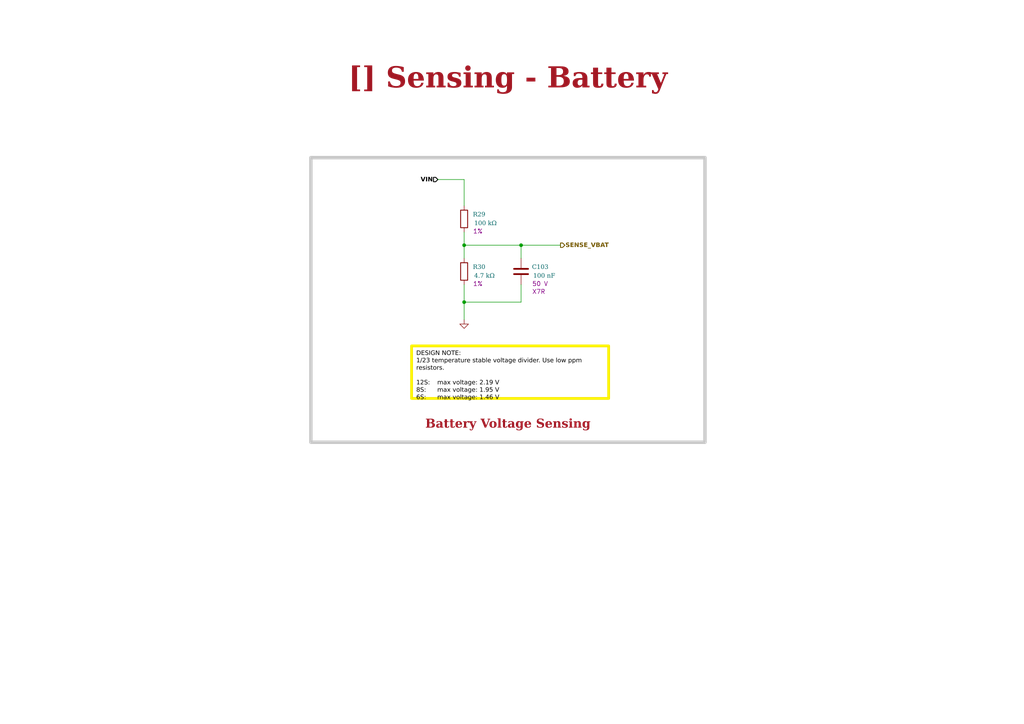
<source format=kicad_sch>
(kicad_sch (version 20231120) (generator "eeschema") (generator_version "8.0")
  (paper "A4")
  (title_block (title "Sensing - Battery") (date "2023-10-14") (rev "${REVISION}") (company "${COMPANY}"))
  (lib_symbols
    (symbol "Device:C" (pin_numbers hide) (pin_names (offset 0.254))
      (property "Reference" "C" (at 0.635 2.54 0))
      (property "Value" "C" (at 0.635 -2.54 0))
      (symbol "C_0_1"
        (polyline (pts (xy -2.032 -0.762) (xy 2.032 -0.762)) (stroke (width 0.508)))
        (polyline (pts (xy -2.032 0.762) (xy 2.032 0.762)) (stroke (width 0.508)))
      )
      (symbol "C_1_1"
        (pin passive line (at 0 3.81 270) (length 2.794) (name "~") (number "1"))
        (pin passive line (at 0 -3.81 90) (length 2.794) (name "~") (number "2"))
      )
    )
    (symbol "Device:R" (pin_numbers hide) (pin_names (offset 0))
      (property "Reference" "R" (at 2.032 0 90))
      (property "Value" "R" (at 0 0 90))
      (symbol "R_0_1"
        (rectangle (start -1.016 -2.54) (end 1.016 2.54) (stroke (width 0.254)))
      )
      (symbol "R_1_1"
        (pin passive line (at 0 3.81 270) (length 1.27) (name "~") (number "1"))
        (pin passive line (at 0 -3.81 90) (length 1.27) (name "~") (number "2"))
      )
    )
    (symbol "power:GND" (power) (pin_names (offset 0))
      (property "Value" "GND" (at 0 -3.81 0))
      (symbol "GND_0_1"
        (polyline (pts (xy 0 0) (xy 0 -1.27) (xy 1.27 -1.27) (xy 0 -2.54) (xy -1.27 -1.27) (xy 0 -1.27)))
      )
      (symbol "GND_1_1"
        (pin power_in line (at 0 0 270) (length 0) hide (name "GND") (number "1"))
      )
    )
  )
  (junction (at 134.62 71.12))
  (junction (at 151.13 71.12))
  (junction (at 134.62 87.63))
  (wire (pts (xy 151.13 71.12) (xy 151.13 74.93)))
  (wire (pts (xy 151.13 71.12) (xy 134.62 71.12)))
  (wire (pts (xy 134.62 59.69) (xy 134.62 52.07)))
  (wire (pts (xy 151.13 82.55) (xy 151.13 87.63)))
  (wire (pts (xy 134.62 71.12) (xy 134.62 74.93)))
  (wire (pts (xy 151.13 87.63) (xy 134.62 87.63)))
  (wire (pts (xy 151.13 71.12) (xy 162.56 71.12)))
  (wire (pts (xy 134.62 52.07) (xy 127 52.07)))
  (wire (pts (xy 134.62 67.31) (xy 134.62 71.12)))
  (wire (pts (xy 134.62 92.71) (xy 134.62 87.63)))
  (wire (pts (xy 134.62 87.63) (xy 134.62 82.55)))
  (rectangle (start 90.17 45.72) (end 204.47 128.27) (stroke (width 1) (color 200 200 200 1)))
  (text_box "[${#}] ${TITLE}" (at 78.74 16.51 0) (size 137.16 12.7) (stroke (width -0.0001)) (effects (font (size 6 6) (thickness 1.2) (bold yes))))
  (text_box "DESIGN NOTE:\n1/23 temperature stable voltage divider. Use low ppm resistors.\n\n12S: \tmax voltage: 2.19 V\n8S: \tmax voltage: 1.95 V\n6S: \tmax voltage: 1.46 V" (at 119.38 100.33 0) (size 57.15 15.24) (stroke (width 0.8) (color 250 236 0 1)) (effects (font (size 1.27 1.27)) (justify left top)))
  (text_box "Battery Voltage Sensing" (at 91.44 116.84 0) (size 111.76 9.525) (stroke (width -0.0001)) (effects (font (size 2.54 2.54) (thickness 0.508) (bold yes)) (justify bottom)))
  (hierarchical_label "VIN" (shape input) (at 127 52.07 180) (effects (font (bold yes))))
  (hierarchical_label "SENSE_VBAT" (shape output) (at 162.56 71.12 0) (effects (font (bold yes))))
  (symbol (lib_id "Device:R") (at 134.62 78.74 0) (unit 1)
    (property "Reference" "R30" (at 137.16 77.47 0) (effects (justify left)))
    (property "Value" "4.7 kΩ" (at 137.16 80.01 0) (effects (justify left)))
    (property "Footprint" "0_resistor_smd:R_0402_1005_DensityHigh" (effects (hide yes)))
    (property "Datasheet" "https://www.yageo.com/upload/media/product/app/datasheet/rchip/pyu-rt_1-to-0.01_rohs_l.pdf" (effects (hide yes)))
    (property "Description" "4.7 kOhms ±1% 0.063W, 1/16W Chip Resistor 0402 (1005 Metric) Moisture Resistant Thin Film" (effects (hide yes)))
    (property "Supplier 1" "Digikey" (effects (hide yes)))
    (property "Supplier Part Number 1" "13-RT0402FRE134K7LCT-ND" (effects (hide yes)))
    (property "manf" "YAGEO" (effects (hide yes)))
    (property "manf#" "RT0402FRE134K7L" (effects (hide yes)))
    (property "Manufacturer" "YAGEO" (effects (hide yes)))
    (property "Manufacturer Part Number" "RT0402FRE134K7L" (effects (hide yes)))
    (property "tolerance" "1%" (at 137.16 82.296 0) (effects (justify left)))
  )
  (symbol (lib_id "Device:C") (at 151.13 78.74 0) (unit 1)
    (property "Reference" "C103" (at 154.305 77.47 0) (effects (justify left)))
    (property "Value" "100 nF" (at 154.305 80.01 0) (effects (justify left)))
    (property "Footprint" "0_capacitor_smd:C_0402_1005_DensityHigh" (effects (hide yes)))
    (property "Datasheet" "https://search.murata.co.jp/Ceramy/image/img/A01X/G101/ENG/GCM155R71H104KE02-01.pdf" (effects (hide yes)))
    (property "Description" "0.1 µF ±10% 50V Ceramic Capacitor X7R 0402 (1005 Metric)" (effects (hide yes)))
    (property "Supplier 1" "Digikey" (effects (hide yes)))
    (property "Supplier Part Number 1" "490-14514-1-ND" (effects (hide yes)))
    (property "manf" "Murata Electronics" (effects (hide yes)))
    (property "manf#" "GCM155R71H104KE02J" (effects (hide yes)))
    (property "Manufacturer" "Murata Electronics" (effects (hide yes)))
    (property "Manufacturer Part Number" "GCM155R71H104KE02J" (effects (hide yes)))
    (property "voltage" "50 V" (at 154.305 82.296 0) (effects (justify left)))
    (property "temp_coef" "X7R" (at 154.305 84.58200000000001 0) (effects (justify left)))
  )
  (symbol (lib_id "power:GND") (at 134.62 92.71 0) (unit 1)
    (property "Reference" "#PWR046" (effects (hide yes)))
    (property "Value" "GND" (effects (hide yes)))
  )
  (symbol (lib_id "Device:R") (at 134.62 63.5 0) (unit 1)
    (property "Reference" "R29" (at 137.16 62.23 0) (effects (justify left)))
    (property "Value" "100 kΩ" (at 137.16 64.77 0) (effects (justify left)))
    (property "Footprint" "0_resistor_smd:R_0402_1005_DensityHigh" (effects (hide yes)))
    (property "Datasheet" "https://www.yageo.com/upload/media/product/app/datasheet/rchip/pyu-rt_1-to-0.01_rohs_l.pdf" (effects (hide yes)))
    (property "Description" "100 kOhms ±1% 0.063W, 1/16W Chip Resistor 0402 (1005 Metric) Thin Film" (effects (hide yes)))
    (property "Supplier 1" "Digikey" (effects (hide yes)))
    (property "Supplier Part Number 1" "YAG2307CT-ND" (effects (hide yes)))
    (property "manf" "YAGEO" (effects (hide yes)))
    (property "manf#" "RT0402FRE07100KL" (effects (hide yes)))
    (property "Manufacturer" "YAGEO" (effects (hide yes)))
    (property "Manufacturer Part Number" "RT0402FRE07100KL" (effects (hide yes)))
    (property "tolerance" "1%" (at 137.16 67.056 0) (effects (justify left)))
  )
)
</source>
